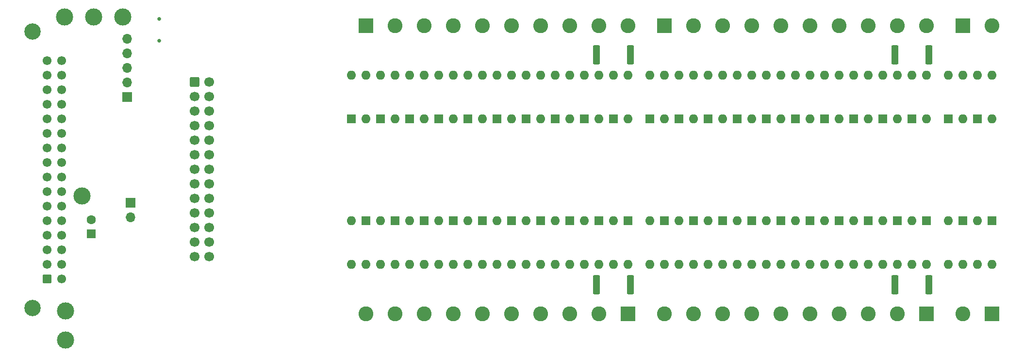
<source format=gbr>
%TF.GenerationSoftware,KiCad,Pcbnew,7.0.2-0*%
%TF.CreationDate,2023-05-17T19:00:26+02:00*%
%TF.ProjectId,main,6d61696e-2e6b-4696-9361-645f70636258,v.1.2.0*%
%TF.SameCoordinates,Original*%
%TF.FileFunction,Soldermask,Bot*%
%TF.FilePolarity,Negative*%
%FSLAX46Y46*%
G04 Gerber Fmt 4.6, Leading zero omitted, Abs format (unit mm)*
G04 Created by KiCad (PCBNEW 7.0.2-0) date 2023-05-17 19:00:26*
%MOMM*%
%LPD*%
G01*
G04 APERTURE LIST*
G04 Aperture macros list*
%AMRoundRect*
0 Rectangle with rounded corners*
0 $1 Rounding radius*
0 $2 $3 $4 $5 $6 $7 $8 $9 X,Y pos of 4 corners*
0 Add a 4 corners polygon primitive as box body*
4,1,4,$2,$3,$4,$5,$6,$7,$8,$9,$2,$3,0*
0 Add four circle primitives for the rounded corners*
1,1,$1+$1,$2,$3*
1,1,$1+$1,$4,$5*
1,1,$1+$1,$6,$7*
1,1,$1+$1,$8,$9*
0 Add four rect primitives between the rounded corners*
20,1,$1+$1,$2,$3,$4,$5,0*
20,1,$1+$1,$4,$5,$6,$7,0*
20,1,$1+$1,$6,$7,$8,$9,0*
20,1,$1+$1,$8,$9,$2,$3,0*%
G04 Aperture macros list end*
%ADD10C,0.650000*%
%ADD11C,3.000000*%
%ADD12R,2.600000X2.600000*%
%ADD13C,2.600000*%
%ADD14R,1.600000X1.600000*%
%ADD15O,1.600000X1.600000*%
%ADD16R,1.700000X1.700000*%
%ADD17O,1.700000X1.700000*%
%ADD18C,1.600000*%
%ADD19C,2.850000*%
%ADD20RoundRect,0.249999X0.525001X-0.525001X0.525001X0.525001X-0.525001X0.525001X-0.525001X-0.525001X0*%
%ADD21C,1.550000*%
%ADD22RoundRect,0.250000X-0.600000X-0.600000X0.600000X-0.600000X0.600000X0.600000X-0.600000X0.600000X0*%
%ADD23C,1.700000*%
%ADD24RoundRect,0.250000X-0.362500X-1.425000X0.362500X-1.425000X0.362500X1.425000X-0.362500X1.425000X0*%
G04 APERTURE END LIST*
D10*
%TO.C,J11*%
X50292000Y-60066000D03*
X50292000Y-56266000D03*
%TD*%
D11*
%TO.C,TP2*%
X33900000Y-107180000D03*
%TD*%
D12*
%TO.C,J5*%
X138430000Y-57404000D03*
D13*
X143510000Y-57404000D03*
X148590000Y-57404000D03*
X153670000Y-57404000D03*
X158750000Y-57404000D03*
X163830000Y-57404000D03*
X168910000Y-57404000D03*
X173990000Y-57404000D03*
X179070000Y-57404000D03*
X184150000Y-57404000D03*
%TD*%
D12*
%TO.C,J4*%
X190500000Y-57404000D03*
D13*
X195580000Y-57404000D03*
%TD*%
D14*
%TO.C,U19*%
X99060000Y-73660000D03*
D15*
X101600000Y-73660000D03*
X101600000Y-66040000D03*
X99060000Y-66040000D03*
%TD*%
D14*
%TO.C,U34*%
X168910000Y-91440000D03*
D15*
X166370000Y-91440000D03*
X166370000Y-99060000D03*
X168910000Y-99060000D03*
%TD*%
D11*
%TO.C,TP6*%
X43882000Y-55880000D03*
%TD*%
D16*
%TO.C,J2*%
X44704000Y-69850000D03*
D17*
X44704000Y-67310000D03*
X44704000Y-64770000D03*
X44704000Y-62230000D03*
X44704000Y-59690000D03*
%TD*%
D14*
%TO.C,U41*%
X101600000Y-91440000D03*
D15*
X99060000Y-91440000D03*
X99060000Y-99060000D03*
X101600000Y-99060000D03*
%TD*%
D14*
%TO.C,U42*%
X148590000Y-91440000D03*
D15*
X146050000Y-91440000D03*
X146050000Y-99060000D03*
X148590000Y-99060000D03*
%TD*%
D14*
%TO.C,U36*%
X163830000Y-91440000D03*
D15*
X161290000Y-91440000D03*
X161290000Y-99060000D03*
X163830000Y-99060000D03*
%TD*%
D14*
%TO.C,U31*%
X127000000Y-91440000D03*
D15*
X124460000Y-91440000D03*
X124460000Y-99060000D03*
X127000000Y-99060000D03*
%TD*%
D14*
%TO.C,U11*%
X119380000Y-73660000D03*
D15*
X121920000Y-73660000D03*
X121920000Y-66040000D03*
X119380000Y-66040000D03*
%TD*%
D14*
%TO.C,U6*%
X181610000Y-73660000D03*
D15*
X184150000Y-73660000D03*
X184150000Y-66040000D03*
X181610000Y-66040000D03*
%TD*%
D14*
%TO.C,U20*%
X146050000Y-73660000D03*
D15*
X148590000Y-73660000D03*
X148590000Y-66040000D03*
X146050000Y-66040000D03*
%TD*%
D14*
%TO.C,U44*%
X143510000Y-91440000D03*
D15*
X140970000Y-91440000D03*
X140970000Y-99060000D03*
X143510000Y-99060000D03*
%TD*%
D14*
%TO.C,U12*%
X166370000Y-73660000D03*
D15*
X168910000Y-73660000D03*
X168910000Y-66040000D03*
X166370000Y-66040000D03*
%TD*%
D14*
%TO.C,U4*%
X187960000Y-73660000D03*
D15*
X190500000Y-73660000D03*
X190500000Y-66040000D03*
X187960000Y-66040000D03*
%TD*%
D14*
%TO.C,U13*%
X114300000Y-73660000D03*
D15*
X116840000Y-73660000D03*
X116840000Y-66040000D03*
X114300000Y-66040000D03*
%TD*%
D14*
%TO.C,U8*%
X176530000Y-73660000D03*
D15*
X179070000Y-73660000D03*
X179070000Y-66040000D03*
X176530000Y-66040000D03*
%TD*%
D14*
%TO.C,U7*%
X129540000Y-73660000D03*
D15*
X132080000Y-73660000D03*
X132080000Y-66040000D03*
X129540000Y-66040000D03*
%TD*%
D14*
%TO.C,U18*%
X151130000Y-73660000D03*
D15*
X153670000Y-73660000D03*
X153670000Y-66040000D03*
X151130000Y-66040000D03*
%TD*%
D14*
%TO.C,C1*%
X38400000Y-93760000D03*
D18*
X38400000Y-91260000D03*
%TD*%
D14*
%TO.C,U24*%
X135890000Y-73660000D03*
D15*
X138430000Y-73660000D03*
X138430000Y-66040000D03*
X135890000Y-66040000D03*
%TD*%
D11*
%TO.C,TP5*%
X38832000Y-55880000D03*
%TD*%
D14*
%TO.C,U43*%
X96520000Y-91440000D03*
D15*
X93980000Y-91440000D03*
X93980000Y-99060000D03*
X96520000Y-99060000D03*
%TD*%
D14*
%TO.C,U25*%
X83820000Y-73660000D03*
D15*
X86360000Y-73660000D03*
X86360000Y-66040000D03*
X83820000Y-66040000D03*
%TD*%
D14*
%TO.C,U17*%
X104140000Y-73660000D03*
D15*
X106680000Y-73660000D03*
X106680000Y-66040000D03*
X104140000Y-66040000D03*
%TD*%
D14*
%TO.C,U10*%
X171450000Y-73660000D03*
D15*
X173990000Y-73660000D03*
X173990000Y-66040000D03*
X171450000Y-66040000D03*
%TD*%
D16*
%TO.C,J3*%
X45250000Y-88310000D03*
D17*
X45250000Y-90850000D03*
%TD*%
D14*
%TO.C,U38*%
X158750000Y-91440000D03*
D15*
X156210000Y-91440000D03*
X156210000Y-99060000D03*
X158750000Y-99060000D03*
%TD*%
D14*
%TO.C,U15*%
X109220000Y-73660000D03*
D15*
X111760000Y-73660000D03*
X111760000Y-66040000D03*
X109220000Y-66040000D03*
%TD*%
D14*
%TO.C,U5*%
X193040000Y-73660000D03*
D15*
X195580000Y-73660000D03*
X195580000Y-66040000D03*
X193040000Y-66040000D03*
%TD*%
D14*
%TO.C,U37*%
X111760000Y-91440000D03*
D15*
X109220000Y-91440000D03*
X109220000Y-99060000D03*
X111760000Y-99060000D03*
%TD*%
D14*
%TO.C,U22*%
X140970000Y-73660000D03*
D15*
X143510000Y-73660000D03*
X143510000Y-66040000D03*
X140970000Y-66040000D03*
%TD*%
D14*
%TO.C,U33*%
X121920000Y-91440000D03*
D15*
X119380000Y-91440000D03*
X119380000Y-99060000D03*
X121920000Y-99060000D03*
%TD*%
D19*
%TO.C,J1*%
X28160000Y-106685080D03*
X28160000Y-58425080D03*
D20*
X30700000Y-101605080D03*
D21*
X30700000Y-99065080D03*
X30700000Y-96525080D03*
X30700000Y-93985080D03*
X30700000Y-91445080D03*
X30700000Y-88905080D03*
X30700000Y-86365080D03*
X30700000Y-83825080D03*
X30700000Y-81285080D03*
X30700000Y-78745080D03*
X30700000Y-76205080D03*
X30700000Y-73665080D03*
X30700000Y-71125080D03*
X30700000Y-68585080D03*
X30700000Y-66045080D03*
X30700000Y-63505080D03*
X33240000Y-101605080D03*
X33240000Y-99065080D03*
X33240000Y-96525080D03*
X33240000Y-93985080D03*
X33240000Y-91445080D03*
X33240000Y-88905080D03*
X33240000Y-86365080D03*
X33240000Y-83825080D03*
X33240000Y-81285080D03*
X33240000Y-78745080D03*
X33240000Y-76205080D03*
X33240000Y-73665080D03*
X33240000Y-71125080D03*
X33240000Y-68585080D03*
X33240000Y-66045080D03*
X33240000Y-63505080D03*
%TD*%
D14*
%TO.C,U23*%
X88900000Y-73660000D03*
D15*
X91440000Y-73660000D03*
X91440000Y-66040000D03*
X88900000Y-66040000D03*
%TD*%
D14*
%TO.C,U39*%
X106680000Y-91440000D03*
D15*
X104140000Y-91440000D03*
X104140000Y-99060000D03*
X106680000Y-99060000D03*
%TD*%
D14*
%TO.C,U47*%
X86360000Y-91440000D03*
D15*
X83820000Y-91440000D03*
X83820000Y-99060000D03*
X86360000Y-99060000D03*
%TD*%
D14*
%TO.C,U46*%
X138430000Y-91440000D03*
D15*
X135890000Y-91440000D03*
X135890000Y-99060000D03*
X138430000Y-99060000D03*
%TD*%
D11*
%TO.C,TP1*%
X36819000Y-87169000D03*
%TD*%
D12*
%TO.C,J7*%
X195580000Y-107696000D03*
D13*
X190500000Y-107696000D03*
%TD*%
D12*
%TO.C,J9*%
X132080000Y-107696000D03*
D13*
X127000000Y-107696000D03*
X121920000Y-107696000D03*
X116840000Y-107696000D03*
X111760000Y-107696000D03*
X106680000Y-107696000D03*
X101600000Y-107696000D03*
X96520000Y-107696000D03*
X91440000Y-107696000D03*
X86360000Y-107696000D03*
%TD*%
D11*
%TO.C,TP3*%
X33900000Y-112260000D03*
%TD*%
D14*
%TO.C,U16*%
X156210000Y-73660000D03*
D15*
X158750000Y-73660000D03*
X158750000Y-66040000D03*
X156210000Y-66040000D03*
%TD*%
D14*
%TO.C,U35*%
X116840000Y-91440000D03*
D15*
X114300000Y-91440000D03*
X114300000Y-99060000D03*
X116840000Y-99060000D03*
%TD*%
D14*
%TO.C,U9*%
X124460000Y-73660000D03*
D15*
X127000000Y-73660000D03*
X127000000Y-66040000D03*
X124460000Y-66040000D03*
%TD*%
D14*
%TO.C,U21*%
X93980000Y-73660000D03*
D15*
X96520000Y-73660000D03*
X96520000Y-66040000D03*
X93980000Y-66040000D03*
%TD*%
D14*
%TO.C,U28*%
X184150000Y-91440000D03*
D15*
X181610000Y-91440000D03*
X181610000Y-99060000D03*
X184150000Y-99060000D03*
%TD*%
D14*
%TO.C,U29*%
X132080000Y-91440000D03*
D15*
X129540000Y-91440000D03*
X129540000Y-99060000D03*
X132080000Y-99060000D03*
%TD*%
D14*
%TO.C,U40*%
X153670000Y-91440000D03*
D15*
X151130000Y-91440000D03*
X151130000Y-99060000D03*
X153670000Y-99060000D03*
%TD*%
D14*
%TO.C,U45*%
X91440000Y-91440000D03*
D15*
X88900000Y-91440000D03*
X88900000Y-99060000D03*
X91440000Y-99060000D03*
%TD*%
D14*
%TO.C,U14*%
X161290000Y-73660000D03*
D15*
X163830000Y-73660000D03*
X163830000Y-66040000D03*
X161290000Y-66040000D03*
%TD*%
D14*
%TO.C,U26*%
X190500000Y-91440000D03*
D15*
X187960000Y-91440000D03*
X187960000Y-99060000D03*
X190500000Y-99060000D03*
%TD*%
D14*
%TO.C,U32*%
X173990000Y-91440000D03*
D15*
X171450000Y-91440000D03*
X171450000Y-99060000D03*
X173990000Y-99060000D03*
%TD*%
D14*
%TO.C,U30*%
X179070000Y-91440000D03*
D15*
X176530000Y-91440000D03*
X176530000Y-99060000D03*
X179070000Y-99060000D03*
%TD*%
D12*
%TO.C,J8*%
X184150000Y-107696000D03*
D13*
X179070000Y-107696000D03*
X173990000Y-107696000D03*
X168910000Y-107696000D03*
X163830000Y-107696000D03*
X158750000Y-107696000D03*
X153670000Y-107696000D03*
X148590000Y-107696000D03*
X143510000Y-107696000D03*
X138430000Y-107696000D03*
%TD*%
D11*
%TO.C,TP4*%
X33782000Y-55880000D03*
%TD*%
D14*
%TO.C,U27*%
X195580000Y-91440000D03*
D15*
X193040000Y-91440000D03*
X193040000Y-99060000D03*
X195580000Y-99060000D03*
%TD*%
D12*
%TO.C,J6*%
X86360000Y-57404000D03*
D13*
X91440000Y-57404000D03*
X96520000Y-57404000D03*
X101600000Y-57404000D03*
X106680000Y-57404000D03*
X111760000Y-57404000D03*
X116840000Y-57404000D03*
X121920000Y-57404000D03*
X127000000Y-57404000D03*
X132080000Y-57404000D03*
%TD*%
D22*
%TO.C,J10*%
X56400000Y-67280000D03*
D23*
X58940000Y-67280000D03*
X56400000Y-69820000D03*
X58940000Y-69820000D03*
X56400000Y-72360000D03*
X58940000Y-72360000D03*
X56400000Y-74900000D03*
X58940000Y-74900000D03*
X56400000Y-77440000D03*
X58940000Y-77440000D03*
X56400000Y-79980000D03*
X58940000Y-79980000D03*
X56400000Y-82520000D03*
X58940000Y-82520000D03*
X56400000Y-85060000D03*
X58940000Y-85060000D03*
X56400000Y-87600000D03*
X58940000Y-87600000D03*
X56400000Y-90140000D03*
X58940000Y-90140000D03*
X56400000Y-92680000D03*
X58940000Y-92680000D03*
X56400000Y-95220000D03*
X58940000Y-95220000D03*
X56400000Y-97760000D03*
X58940000Y-97760000D03*
%TD*%
D24*
%TO.C,R40*%
X178647500Y-102616000D03*
X184572500Y-102616000D03*
%TD*%
%TO.C,R41*%
X126577500Y-102616000D03*
X132502500Y-102616000D03*
%TD*%
%TO.C,R16*%
X178647500Y-62484000D03*
X184572500Y-62484000D03*
%TD*%
%TO.C,R17*%
X126577500Y-62484000D03*
X132502500Y-62484000D03*
%TD*%
M02*

</source>
